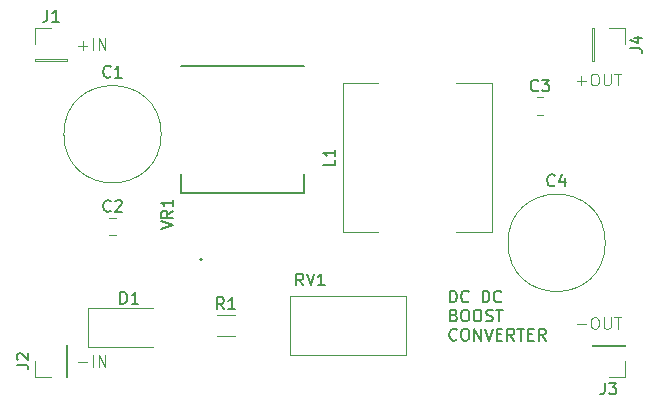
<source format=gbr>
%TF.GenerationSoftware,KiCad,Pcbnew,9.0.3*%
%TF.CreationDate,2026-02-07T01:57:28+05:30*%
%TF.ProjectId,dc dc boost converter,64632064-6320-4626-9f6f-737420636f6e,rev?*%
%TF.SameCoordinates,Original*%
%TF.FileFunction,Legend,Top*%
%TF.FilePolarity,Positive*%
%FSLAX46Y46*%
G04 Gerber Fmt 4.6, Leading zero omitted, Abs format (unit mm)*
G04 Created by KiCad (PCBNEW 9.0.3) date 2026-02-07 01:57:28*
%MOMM*%
%LPD*%
G01*
G04 APERTURE LIST*
%ADD10C,0.200000*%
%ADD11C,0.100000*%
%ADD12C,0.150000*%
%ADD13C,0.120000*%
%ADD14C,0.127000*%
G04 APERTURE END LIST*
D10*
X152169673Y-122647331D02*
X152169673Y-121647331D01*
X152169673Y-121647331D02*
X152407768Y-121647331D01*
X152407768Y-121647331D02*
X152550625Y-121694950D01*
X152550625Y-121694950D02*
X152645863Y-121790188D01*
X152645863Y-121790188D02*
X152693482Y-121885426D01*
X152693482Y-121885426D02*
X152741101Y-122075902D01*
X152741101Y-122075902D02*
X152741101Y-122218759D01*
X152741101Y-122218759D02*
X152693482Y-122409235D01*
X152693482Y-122409235D02*
X152645863Y-122504473D01*
X152645863Y-122504473D02*
X152550625Y-122599712D01*
X152550625Y-122599712D02*
X152407768Y-122647331D01*
X152407768Y-122647331D02*
X152169673Y-122647331D01*
X153741101Y-122552092D02*
X153693482Y-122599712D01*
X153693482Y-122599712D02*
X153550625Y-122647331D01*
X153550625Y-122647331D02*
X153455387Y-122647331D01*
X153455387Y-122647331D02*
X153312530Y-122599712D01*
X153312530Y-122599712D02*
X153217292Y-122504473D01*
X153217292Y-122504473D02*
X153169673Y-122409235D01*
X153169673Y-122409235D02*
X153122054Y-122218759D01*
X153122054Y-122218759D02*
X153122054Y-122075902D01*
X153122054Y-122075902D02*
X153169673Y-121885426D01*
X153169673Y-121885426D02*
X153217292Y-121790188D01*
X153217292Y-121790188D02*
X153312530Y-121694950D01*
X153312530Y-121694950D02*
X153455387Y-121647331D01*
X153455387Y-121647331D02*
X153550625Y-121647331D01*
X153550625Y-121647331D02*
X153693482Y-121694950D01*
X153693482Y-121694950D02*
X153741101Y-121742569D01*
X154931578Y-122647331D02*
X154931578Y-121647331D01*
X154931578Y-121647331D02*
X155169673Y-121647331D01*
X155169673Y-121647331D02*
X155312530Y-121694950D01*
X155312530Y-121694950D02*
X155407768Y-121790188D01*
X155407768Y-121790188D02*
X155455387Y-121885426D01*
X155455387Y-121885426D02*
X155503006Y-122075902D01*
X155503006Y-122075902D02*
X155503006Y-122218759D01*
X155503006Y-122218759D02*
X155455387Y-122409235D01*
X155455387Y-122409235D02*
X155407768Y-122504473D01*
X155407768Y-122504473D02*
X155312530Y-122599712D01*
X155312530Y-122599712D02*
X155169673Y-122647331D01*
X155169673Y-122647331D02*
X154931578Y-122647331D01*
X156503006Y-122552092D02*
X156455387Y-122599712D01*
X156455387Y-122599712D02*
X156312530Y-122647331D01*
X156312530Y-122647331D02*
X156217292Y-122647331D01*
X156217292Y-122647331D02*
X156074435Y-122599712D01*
X156074435Y-122599712D02*
X155979197Y-122504473D01*
X155979197Y-122504473D02*
X155931578Y-122409235D01*
X155931578Y-122409235D02*
X155883959Y-122218759D01*
X155883959Y-122218759D02*
X155883959Y-122075902D01*
X155883959Y-122075902D02*
X155931578Y-121885426D01*
X155931578Y-121885426D02*
X155979197Y-121790188D01*
X155979197Y-121790188D02*
X156074435Y-121694950D01*
X156074435Y-121694950D02*
X156217292Y-121647331D01*
X156217292Y-121647331D02*
X156312530Y-121647331D01*
X156312530Y-121647331D02*
X156455387Y-121694950D01*
X156455387Y-121694950D02*
X156503006Y-121742569D01*
X152503006Y-123733465D02*
X152645863Y-123781084D01*
X152645863Y-123781084D02*
X152693482Y-123828703D01*
X152693482Y-123828703D02*
X152741101Y-123923941D01*
X152741101Y-123923941D02*
X152741101Y-124066798D01*
X152741101Y-124066798D02*
X152693482Y-124162036D01*
X152693482Y-124162036D02*
X152645863Y-124209656D01*
X152645863Y-124209656D02*
X152550625Y-124257275D01*
X152550625Y-124257275D02*
X152169673Y-124257275D01*
X152169673Y-124257275D02*
X152169673Y-123257275D01*
X152169673Y-123257275D02*
X152503006Y-123257275D01*
X152503006Y-123257275D02*
X152598244Y-123304894D01*
X152598244Y-123304894D02*
X152645863Y-123352513D01*
X152645863Y-123352513D02*
X152693482Y-123447751D01*
X152693482Y-123447751D02*
X152693482Y-123542989D01*
X152693482Y-123542989D02*
X152645863Y-123638227D01*
X152645863Y-123638227D02*
X152598244Y-123685846D01*
X152598244Y-123685846D02*
X152503006Y-123733465D01*
X152503006Y-123733465D02*
X152169673Y-123733465D01*
X153360149Y-123257275D02*
X153550625Y-123257275D01*
X153550625Y-123257275D02*
X153645863Y-123304894D01*
X153645863Y-123304894D02*
X153741101Y-123400132D01*
X153741101Y-123400132D02*
X153788720Y-123590608D01*
X153788720Y-123590608D02*
X153788720Y-123923941D01*
X153788720Y-123923941D02*
X153741101Y-124114417D01*
X153741101Y-124114417D02*
X153645863Y-124209656D01*
X153645863Y-124209656D02*
X153550625Y-124257275D01*
X153550625Y-124257275D02*
X153360149Y-124257275D01*
X153360149Y-124257275D02*
X153264911Y-124209656D01*
X153264911Y-124209656D02*
X153169673Y-124114417D01*
X153169673Y-124114417D02*
X153122054Y-123923941D01*
X153122054Y-123923941D02*
X153122054Y-123590608D01*
X153122054Y-123590608D02*
X153169673Y-123400132D01*
X153169673Y-123400132D02*
X153264911Y-123304894D01*
X153264911Y-123304894D02*
X153360149Y-123257275D01*
X154407768Y-123257275D02*
X154598244Y-123257275D01*
X154598244Y-123257275D02*
X154693482Y-123304894D01*
X154693482Y-123304894D02*
X154788720Y-123400132D01*
X154788720Y-123400132D02*
X154836339Y-123590608D01*
X154836339Y-123590608D02*
X154836339Y-123923941D01*
X154836339Y-123923941D02*
X154788720Y-124114417D01*
X154788720Y-124114417D02*
X154693482Y-124209656D01*
X154693482Y-124209656D02*
X154598244Y-124257275D01*
X154598244Y-124257275D02*
X154407768Y-124257275D01*
X154407768Y-124257275D02*
X154312530Y-124209656D01*
X154312530Y-124209656D02*
X154217292Y-124114417D01*
X154217292Y-124114417D02*
X154169673Y-123923941D01*
X154169673Y-123923941D02*
X154169673Y-123590608D01*
X154169673Y-123590608D02*
X154217292Y-123400132D01*
X154217292Y-123400132D02*
X154312530Y-123304894D01*
X154312530Y-123304894D02*
X154407768Y-123257275D01*
X155217292Y-124209656D02*
X155360149Y-124257275D01*
X155360149Y-124257275D02*
X155598244Y-124257275D01*
X155598244Y-124257275D02*
X155693482Y-124209656D01*
X155693482Y-124209656D02*
X155741101Y-124162036D01*
X155741101Y-124162036D02*
X155788720Y-124066798D01*
X155788720Y-124066798D02*
X155788720Y-123971560D01*
X155788720Y-123971560D02*
X155741101Y-123876322D01*
X155741101Y-123876322D02*
X155693482Y-123828703D01*
X155693482Y-123828703D02*
X155598244Y-123781084D01*
X155598244Y-123781084D02*
X155407768Y-123733465D01*
X155407768Y-123733465D02*
X155312530Y-123685846D01*
X155312530Y-123685846D02*
X155264911Y-123638227D01*
X155264911Y-123638227D02*
X155217292Y-123542989D01*
X155217292Y-123542989D02*
X155217292Y-123447751D01*
X155217292Y-123447751D02*
X155264911Y-123352513D01*
X155264911Y-123352513D02*
X155312530Y-123304894D01*
X155312530Y-123304894D02*
X155407768Y-123257275D01*
X155407768Y-123257275D02*
X155645863Y-123257275D01*
X155645863Y-123257275D02*
X155788720Y-123304894D01*
X156074435Y-123257275D02*
X156645863Y-123257275D01*
X156360149Y-124257275D02*
X156360149Y-123257275D01*
X152741101Y-125771980D02*
X152693482Y-125819600D01*
X152693482Y-125819600D02*
X152550625Y-125867219D01*
X152550625Y-125867219D02*
X152455387Y-125867219D01*
X152455387Y-125867219D02*
X152312530Y-125819600D01*
X152312530Y-125819600D02*
X152217292Y-125724361D01*
X152217292Y-125724361D02*
X152169673Y-125629123D01*
X152169673Y-125629123D02*
X152122054Y-125438647D01*
X152122054Y-125438647D02*
X152122054Y-125295790D01*
X152122054Y-125295790D02*
X152169673Y-125105314D01*
X152169673Y-125105314D02*
X152217292Y-125010076D01*
X152217292Y-125010076D02*
X152312530Y-124914838D01*
X152312530Y-124914838D02*
X152455387Y-124867219D01*
X152455387Y-124867219D02*
X152550625Y-124867219D01*
X152550625Y-124867219D02*
X152693482Y-124914838D01*
X152693482Y-124914838D02*
X152741101Y-124962457D01*
X153360149Y-124867219D02*
X153550625Y-124867219D01*
X153550625Y-124867219D02*
X153645863Y-124914838D01*
X153645863Y-124914838D02*
X153741101Y-125010076D01*
X153741101Y-125010076D02*
X153788720Y-125200552D01*
X153788720Y-125200552D02*
X153788720Y-125533885D01*
X153788720Y-125533885D02*
X153741101Y-125724361D01*
X153741101Y-125724361D02*
X153645863Y-125819600D01*
X153645863Y-125819600D02*
X153550625Y-125867219D01*
X153550625Y-125867219D02*
X153360149Y-125867219D01*
X153360149Y-125867219D02*
X153264911Y-125819600D01*
X153264911Y-125819600D02*
X153169673Y-125724361D01*
X153169673Y-125724361D02*
X153122054Y-125533885D01*
X153122054Y-125533885D02*
X153122054Y-125200552D01*
X153122054Y-125200552D02*
X153169673Y-125010076D01*
X153169673Y-125010076D02*
X153264911Y-124914838D01*
X153264911Y-124914838D02*
X153360149Y-124867219D01*
X154217292Y-125867219D02*
X154217292Y-124867219D01*
X154217292Y-124867219D02*
X154788720Y-125867219D01*
X154788720Y-125867219D02*
X154788720Y-124867219D01*
X155122054Y-124867219D02*
X155455387Y-125867219D01*
X155455387Y-125867219D02*
X155788720Y-124867219D01*
X156122054Y-125343409D02*
X156455387Y-125343409D01*
X156598244Y-125867219D02*
X156122054Y-125867219D01*
X156122054Y-125867219D02*
X156122054Y-124867219D01*
X156122054Y-124867219D02*
X156598244Y-124867219D01*
X157598244Y-125867219D02*
X157264911Y-125391028D01*
X157026816Y-125867219D02*
X157026816Y-124867219D01*
X157026816Y-124867219D02*
X157407768Y-124867219D01*
X157407768Y-124867219D02*
X157503006Y-124914838D01*
X157503006Y-124914838D02*
X157550625Y-124962457D01*
X157550625Y-124962457D02*
X157598244Y-125057695D01*
X157598244Y-125057695D02*
X157598244Y-125200552D01*
X157598244Y-125200552D02*
X157550625Y-125295790D01*
X157550625Y-125295790D02*
X157503006Y-125343409D01*
X157503006Y-125343409D02*
X157407768Y-125391028D01*
X157407768Y-125391028D02*
X157026816Y-125391028D01*
X157883959Y-124867219D02*
X158455387Y-124867219D01*
X158169673Y-125867219D02*
X158169673Y-124867219D01*
X158788721Y-125343409D02*
X159122054Y-125343409D01*
X159264911Y-125867219D02*
X158788721Y-125867219D01*
X158788721Y-125867219D02*
X158788721Y-124867219D01*
X158788721Y-124867219D02*
X159264911Y-124867219D01*
X160264911Y-125867219D02*
X159931578Y-125391028D01*
X159693483Y-125867219D02*
X159693483Y-124867219D01*
X159693483Y-124867219D02*
X160074435Y-124867219D01*
X160074435Y-124867219D02*
X160169673Y-124914838D01*
X160169673Y-124914838D02*
X160217292Y-124962457D01*
X160217292Y-124962457D02*
X160264911Y-125057695D01*
X160264911Y-125057695D02*
X160264911Y-125200552D01*
X160264911Y-125200552D02*
X160217292Y-125295790D01*
X160217292Y-125295790D02*
X160169673Y-125343409D01*
X160169673Y-125343409D02*
X160074435Y-125391028D01*
X160074435Y-125391028D02*
X159693483Y-125391028D01*
D11*
X120703884Y-127691466D02*
X121465789Y-127691466D01*
X121941979Y-128072419D02*
X121941979Y-127072419D01*
X122418169Y-128072419D02*
X122418169Y-127072419D01*
X122418169Y-127072419D02*
X122989597Y-128072419D01*
X122989597Y-128072419D02*
X122989597Y-127072419D01*
X162903884Y-124491466D02*
X163665789Y-124491466D01*
X164332455Y-123872419D02*
X164522931Y-123872419D01*
X164522931Y-123872419D02*
X164618169Y-123920038D01*
X164618169Y-123920038D02*
X164713407Y-124015276D01*
X164713407Y-124015276D02*
X164761026Y-124205752D01*
X164761026Y-124205752D02*
X164761026Y-124539085D01*
X164761026Y-124539085D02*
X164713407Y-124729561D01*
X164713407Y-124729561D02*
X164618169Y-124824800D01*
X164618169Y-124824800D02*
X164522931Y-124872419D01*
X164522931Y-124872419D02*
X164332455Y-124872419D01*
X164332455Y-124872419D02*
X164237217Y-124824800D01*
X164237217Y-124824800D02*
X164141979Y-124729561D01*
X164141979Y-124729561D02*
X164094360Y-124539085D01*
X164094360Y-124539085D02*
X164094360Y-124205752D01*
X164094360Y-124205752D02*
X164141979Y-124015276D01*
X164141979Y-124015276D02*
X164237217Y-123920038D01*
X164237217Y-123920038D02*
X164332455Y-123872419D01*
X165189598Y-123872419D02*
X165189598Y-124681942D01*
X165189598Y-124681942D02*
X165237217Y-124777180D01*
X165237217Y-124777180D02*
X165284836Y-124824800D01*
X165284836Y-124824800D02*
X165380074Y-124872419D01*
X165380074Y-124872419D02*
X165570550Y-124872419D01*
X165570550Y-124872419D02*
X165665788Y-124824800D01*
X165665788Y-124824800D02*
X165713407Y-124777180D01*
X165713407Y-124777180D02*
X165761026Y-124681942D01*
X165761026Y-124681942D02*
X165761026Y-123872419D01*
X166094360Y-123872419D02*
X166665788Y-123872419D01*
X166380074Y-124872419D02*
X166380074Y-123872419D01*
X162903884Y-103891466D02*
X163665789Y-103891466D01*
X163284836Y-104272419D02*
X163284836Y-103510514D01*
X164332455Y-103272419D02*
X164522931Y-103272419D01*
X164522931Y-103272419D02*
X164618169Y-103320038D01*
X164618169Y-103320038D02*
X164713407Y-103415276D01*
X164713407Y-103415276D02*
X164761026Y-103605752D01*
X164761026Y-103605752D02*
X164761026Y-103939085D01*
X164761026Y-103939085D02*
X164713407Y-104129561D01*
X164713407Y-104129561D02*
X164618169Y-104224800D01*
X164618169Y-104224800D02*
X164522931Y-104272419D01*
X164522931Y-104272419D02*
X164332455Y-104272419D01*
X164332455Y-104272419D02*
X164237217Y-104224800D01*
X164237217Y-104224800D02*
X164141979Y-104129561D01*
X164141979Y-104129561D02*
X164094360Y-103939085D01*
X164094360Y-103939085D02*
X164094360Y-103605752D01*
X164094360Y-103605752D02*
X164141979Y-103415276D01*
X164141979Y-103415276D02*
X164237217Y-103320038D01*
X164237217Y-103320038D02*
X164332455Y-103272419D01*
X165189598Y-103272419D02*
X165189598Y-104081942D01*
X165189598Y-104081942D02*
X165237217Y-104177180D01*
X165237217Y-104177180D02*
X165284836Y-104224800D01*
X165284836Y-104224800D02*
X165380074Y-104272419D01*
X165380074Y-104272419D02*
X165570550Y-104272419D01*
X165570550Y-104272419D02*
X165665788Y-104224800D01*
X165665788Y-104224800D02*
X165713407Y-104177180D01*
X165713407Y-104177180D02*
X165761026Y-104081942D01*
X165761026Y-104081942D02*
X165761026Y-103272419D01*
X166094360Y-103272419D02*
X166665788Y-103272419D01*
X166380074Y-104272419D02*
X166380074Y-103272419D01*
X120703884Y-100891466D02*
X121465789Y-100891466D01*
X121084836Y-101272419D02*
X121084836Y-100510514D01*
X121941979Y-101272419D02*
X121941979Y-100272419D01*
X122418169Y-101272419D02*
X122418169Y-100272419D01*
X122418169Y-100272419D02*
X122989597Y-101272419D01*
X122989597Y-101272419D02*
X122989597Y-100272419D01*
D12*
X159633333Y-104679580D02*
X159585714Y-104727200D01*
X159585714Y-104727200D02*
X159442857Y-104774819D01*
X159442857Y-104774819D02*
X159347619Y-104774819D01*
X159347619Y-104774819D02*
X159204762Y-104727200D01*
X159204762Y-104727200D02*
X159109524Y-104631961D01*
X159109524Y-104631961D02*
X159061905Y-104536723D01*
X159061905Y-104536723D02*
X159014286Y-104346247D01*
X159014286Y-104346247D02*
X159014286Y-104203390D01*
X159014286Y-104203390D02*
X159061905Y-104012914D01*
X159061905Y-104012914D02*
X159109524Y-103917676D01*
X159109524Y-103917676D02*
X159204762Y-103822438D01*
X159204762Y-103822438D02*
X159347619Y-103774819D01*
X159347619Y-103774819D02*
X159442857Y-103774819D01*
X159442857Y-103774819D02*
X159585714Y-103822438D01*
X159585714Y-103822438D02*
X159633333Y-103870057D01*
X159966667Y-103774819D02*
X160585714Y-103774819D01*
X160585714Y-103774819D02*
X160252381Y-104155771D01*
X160252381Y-104155771D02*
X160395238Y-104155771D01*
X160395238Y-104155771D02*
X160490476Y-104203390D01*
X160490476Y-104203390D02*
X160538095Y-104251009D01*
X160538095Y-104251009D02*
X160585714Y-104346247D01*
X160585714Y-104346247D02*
X160585714Y-104584342D01*
X160585714Y-104584342D02*
X160538095Y-104679580D01*
X160538095Y-104679580D02*
X160490476Y-104727200D01*
X160490476Y-104727200D02*
X160395238Y-104774819D01*
X160395238Y-104774819D02*
X160109524Y-104774819D01*
X160109524Y-104774819D02*
X160014286Y-104727200D01*
X160014286Y-104727200D02*
X159966667Y-104679580D01*
X142454819Y-110566666D02*
X142454819Y-111042856D01*
X142454819Y-111042856D02*
X141454819Y-111042856D01*
X142454819Y-109709523D02*
X142454819Y-110280951D01*
X142454819Y-109995237D02*
X141454819Y-109995237D01*
X141454819Y-109995237D02*
X141597676Y-110090475D01*
X141597676Y-110090475D02*
X141692914Y-110185713D01*
X141692914Y-110185713D02*
X141740533Y-110280951D01*
X123433333Y-103509580D02*
X123385714Y-103557200D01*
X123385714Y-103557200D02*
X123242857Y-103604819D01*
X123242857Y-103604819D02*
X123147619Y-103604819D01*
X123147619Y-103604819D02*
X123004762Y-103557200D01*
X123004762Y-103557200D02*
X122909524Y-103461961D01*
X122909524Y-103461961D02*
X122861905Y-103366723D01*
X122861905Y-103366723D02*
X122814286Y-103176247D01*
X122814286Y-103176247D02*
X122814286Y-103033390D01*
X122814286Y-103033390D02*
X122861905Y-102842914D01*
X122861905Y-102842914D02*
X122909524Y-102747676D01*
X122909524Y-102747676D02*
X123004762Y-102652438D01*
X123004762Y-102652438D02*
X123147619Y-102604819D01*
X123147619Y-102604819D02*
X123242857Y-102604819D01*
X123242857Y-102604819D02*
X123385714Y-102652438D01*
X123385714Y-102652438D02*
X123433333Y-102700057D01*
X124385714Y-103604819D02*
X123814286Y-103604819D01*
X124100000Y-103604819D02*
X124100000Y-102604819D01*
X124100000Y-102604819D02*
X124004762Y-102747676D01*
X124004762Y-102747676D02*
X123909524Y-102842914D01*
X123909524Y-102842914D02*
X123814286Y-102890533D01*
X139744761Y-121194819D02*
X139411428Y-120718628D01*
X139173333Y-121194819D02*
X139173333Y-120194819D01*
X139173333Y-120194819D02*
X139554285Y-120194819D01*
X139554285Y-120194819D02*
X139649523Y-120242438D01*
X139649523Y-120242438D02*
X139697142Y-120290057D01*
X139697142Y-120290057D02*
X139744761Y-120385295D01*
X139744761Y-120385295D02*
X139744761Y-120528152D01*
X139744761Y-120528152D02*
X139697142Y-120623390D01*
X139697142Y-120623390D02*
X139649523Y-120671009D01*
X139649523Y-120671009D02*
X139554285Y-120718628D01*
X139554285Y-120718628D02*
X139173333Y-120718628D01*
X140030476Y-120194819D02*
X140363809Y-121194819D01*
X140363809Y-121194819D02*
X140697142Y-120194819D01*
X141554285Y-121194819D02*
X140982857Y-121194819D01*
X141268571Y-121194819D02*
X141268571Y-120194819D01*
X141268571Y-120194819D02*
X141173333Y-120337676D01*
X141173333Y-120337676D02*
X141078095Y-120432914D01*
X141078095Y-120432914D02*
X140982857Y-120480533D01*
X167434819Y-101133333D02*
X168149104Y-101133333D01*
X168149104Y-101133333D02*
X168291961Y-101180952D01*
X168291961Y-101180952D02*
X168387200Y-101276190D01*
X168387200Y-101276190D02*
X168434819Y-101419047D01*
X168434819Y-101419047D02*
X168434819Y-101514285D01*
X167768152Y-100228571D02*
X168434819Y-100228571D01*
X167387200Y-100466666D02*
X168101485Y-100704761D01*
X168101485Y-100704761D02*
X168101485Y-100085714D01*
X165266666Y-129434819D02*
X165266666Y-130149104D01*
X165266666Y-130149104D02*
X165219047Y-130291961D01*
X165219047Y-130291961D02*
X165123809Y-130387200D01*
X165123809Y-130387200D02*
X164980952Y-130434819D01*
X164980952Y-130434819D02*
X164885714Y-130434819D01*
X165647619Y-129434819D02*
X166266666Y-129434819D01*
X166266666Y-129434819D02*
X165933333Y-129815771D01*
X165933333Y-129815771D02*
X166076190Y-129815771D01*
X166076190Y-129815771D02*
X166171428Y-129863390D01*
X166171428Y-129863390D02*
X166219047Y-129911009D01*
X166219047Y-129911009D02*
X166266666Y-130006247D01*
X166266666Y-130006247D02*
X166266666Y-130244342D01*
X166266666Y-130244342D02*
X166219047Y-130339580D01*
X166219047Y-130339580D02*
X166171428Y-130387200D01*
X166171428Y-130387200D02*
X166076190Y-130434819D01*
X166076190Y-130434819D02*
X165790476Y-130434819D01*
X165790476Y-130434819D02*
X165695238Y-130387200D01*
X165695238Y-130387200D02*
X165647619Y-130339580D01*
X115474819Y-127933333D02*
X116189104Y-127933333D01*
X116189104Y-127933333D02*
X116331961Y-127980952D01*
X116331961Y-127980952D02*
X116427200Y-128076190D01*
X116427200Y-128076190D02*
X116474819Y-128219047D01*
X116474819Y-128219047D02*
X116474819Y-128314285D01*
X115570057Y-127504761D02*
X115522438Y-127457142D01*
X115522438Y-127457142D02*
X115474819Y-127361904D01*
X115474819Y-127361904D02*
X115474819Y-127123809D01*
X115474819Y-127123809D02*
X115522438Y-127028571D01*
X115522438Y-127028571D02*
X115570057Y-126980952D01*
X115570057Y-126980952D02*
X115665295Y-126933333D01*
X115665295Y-126933333D02*
X115760533Y-126933333D01*
X115760533Y-126933333D02*
X115903390Y-126980952D01*
X115903390Y-126980952D02*
X116474819Y-127552380D01*
X116474819Y-127552380D02*
X116474819Y-126933333D01*
X118066666Y-97874819D02*
X118066666Y-98589104D01*
X118066666Y-98589104D02*
X118019047Y-98731961D01*
X118019047Y-98731961D02*
X117923809Y-98827200D01*
X117923809Y-98827200D02*
X117780952Y-98874819D01*
X117780952Y-98874819D02*
X117685714Y-98874819D01*
X119066666Y-98874819D02*
X118495238Y-98874819D01*
X118780952Y-98874819D02*
X118780952Y-97874819D01*
X118780952Y-97874819D02*
X118685714Y-98017676D01*
X118685714Y-98017676D02*
X118590476Y-98112914D01*
X118590476Y-98112914D02*
X118495238Y-98160533D01*
X123433333Y-114879580D02*
X123385714Y-114927200D01*
X123385714Y-114927200D02*
X123242857Y-114974819D01*
X123242857Y-114974819D02*
X123147619Y-114974819D01*
X123147619Y-114974819D02*
X123004762Y-114927200D01*
X123004762Y-114927200D02*
X122909524Y-114831961D01*
X122909524Y-114831961D02*
X122861905Y-114736723D01*
X122861905Y-114736723D02*
X122814286Y-114546247D01*
X122814286Y-114546247D02*
X122814286Y-114403390D01*
X122814286Y-114403390D02*
X122861905Y-114212914D01*
X122861905Y-114212914D02*
X122909524Y-114117676D01*
X122909524Y-114117676D02*
X123004762Y-114022438D01*
X123004762Y-114022438D02*
X123147619Y-113974819D01*
X123147619Y-113974819D02*
X123242857Y-113974819D01*
X123242857Y-113974819D02*
X123385714Y-114022438D01*
X123385714Y-114022438D02*
X123433333Y-114070057D01*
X123814286Y-114070057D02*
X123861905Y-114022438D01*
X123861905Y-114022438D02*
X123957143Y-113974819D01*
X123957143Y-113974819D02*
X124195238Y-113974819D01*
X124195238Y-113974819D02*
X124290476Y-114022438D01*
X124290476Y-114022438D02*
X124338095Y-114070057D01*
X124338095Y-114070057D02*
X124385714Y-114165295D01*
X124385714Y-114165295D02*
X124385714Y-114260533D01*
X124385714Y-114260533D02*
X124338095Y-114403390D01*
X124338095Y-114403390D02*
X123766667Y-114974819D01*
X123766667Y-114974819D02*
X124385714Y-114974819D01*
X161033333Y-112709580D02*
X160985714Y-112757200D01*
X160985714Y-112757200D02*
X160842857Y-112804819D01*
X160842857Y-112804819D02*
X160747619Y-112804819D01*
X160747619Y-112804819D02*
X160604762Y-112757200D01*
X160604762Y-112757200D02*
X160509524Y-112661961D01*
X160509524Y-112661961D02*
X160461905Y-112566723D01*
X160461905Y-112566723D02*
X160414286Y-112376247D01*
X160414286Y-112376247D02*
X160414286Y-112233390D01*
X160414286Y-112233390D02*
X160461905Y-112042914D01*
X160461905Y-112042914D02*
X160509524Y-111947676D01*
X160509524Y-111947676D02*
X160604762Y-111852438D01*
X160604762Y-111852438D02*
X160747619Y-111804819D01*
X160747619Y-111804819D02*
X160842857Y-111804819D01*
X160842857Y-111804819D02*
X160985714Y-111852438D01*
X160985714Y-111852438D02*
X161033333Y-111900057D01*
X161890476Y-112138152D02*
X161890476Y-112804819D01*
X161652381Y-111757200D02*
X161414286Y-112471485D01*
X161414286Y-112471485D02*
X162033333Y-112471485D01*
X124261905Y-122754819D02*
X124261905Y-121754819D01*
X124261905Y-121754819D02*
X124500000Y-121754819D01*
X124500000Y-121754819D02*
X124642857Y-121802438D01*
X124642857Y-121802438D02*
X124738095Y-121897676D01*
X124738095Y-121897676D02*
X124785714Y-121992914D01*
X124785714Y-121992914D02*
X124833333Y-122183390D01*
X124833333Y-122183390D02*
X124833333Y-122326247D01*
X124833333Y-122326247D02*
X124785714Y-122516723D01*
X124785714Y-122516723D02*
X124738095Y-122611961D01*
X124738095Y-122611961D02*
X124642857Y-122707200D01*
X124642857Y-122707200D02*
X124500000Y-122754819D01*
X124500000Y-122754819D02*
X124261905Y-122754819D01*
X125785714Y-122754819D02*
X125214286Y-122754819D01*
X125500000Y-122754819D02*
X125500000Y-121754819D01*
X125500000Y-121754819D02*
X125404762Y-121897676D01*
X125404762Y-121897676D02*
X125309524Y-121992914D01*
X125309524Y-121992914D02*
X125214286Y-122040533D01*
X133033333Y-123224819D02*
X132700000Y-122748628D01*
X132461905Y-123224819D02*
X132461905Y-122224819D01*
X132461905Y-122224819D02*
X132842857Y-122224819D01*
X132842857Y-122224819D02*
X132938095Y-122272438D01*
X132938095Y-122272438D02*
X132985714Y-122320057D01*
X132985714Y-122320057D02*
X133033333Y-122415295D01*
X133033333Y-122415295D02*
X133033333Y-122558152D01*
X133033333Y-122558152D02*
X132985714Y-122653390D01*
X132985714Y-122653390D02*
X132938095Y-122701009D01*
X132938095Y-122701009D02*
X132842857Y-122748628D01*
X132842857Y-122748628D02*
X132461905Y-122748628D01*
X133985714Y-123224819D02*
X133414286Y-123224819D01*
X133700000Y-123224819D02*
X133700000Y-122224819D01*
X133700000Y-122224819D02*
X133604762Y-122367676D01*
X133604762Y-122367676D02*
X133509524Y-122462914D01*
X133509524Y-122462914D02*
X133414286Y-122510533D01*
X127704819Y-116454523D02*
X128704819Y-116121190D01*
X128704819Y-116121190D02*
X127704819Y-115787857D01*
X128704819Y-114883095D02*
X128228628Y-115216428D01*
X128704819Y-115454523D02*
X127704819Y-115454523D01*
X127704819Y-115454523D02*
X127704819Y-115073571D01*
X127704819Y-115073571D02*
X127752438Y-114978333D01*
X127752438Y-114978333D02*
X127800057Y-114930714D01*
X127800057Y-114930714D02*
X127895295Y-114883095D01*
X127895295Y-114883095D02*
X128038152Y-114883095D01*
X128038152Y-114883095D02*
X128133390Y-114930714D01*
X128133390Y-114930714D02*
X128181009Y-114978333D01*
X128181009Y-114978333D02*
X128228628Y-115073571D01*
X128228628Y-115073571D02*
X128228628Y-115454523D01*
X128704819Y-113930714D02*
X128704819Y-114502142D01*
X128704819Y-114216428D02*
X127704819Y-114216428D01*
X127704819Y-114216428D02*
X127847676Y-114311666D01*
X127847676Y-114311666D02*
X127942914Y-114406904D01*
X127942914Y-114406904D02*
X127990533Y-114502142D01*
D13*
%TO.C,C3*%
X159538748Y-105265000D02*
X160061252Y-105265000D01*
X159538748Y-106735000D02*
X160061252Y-106735000D01*
%TO.C,L1*%
X143100000Y-104100000D02*
X146100000Y-104100000D01*
X143100000Y-116700000D02*
X143100000Y-104100000D01*
X146100000Y-116700000D02*
X143100000Y-116700000D01*
X152700000Y-104100000D02*
X155700000Y-104100000D01*
X155700000Y-104100000D02*
X155700000Y-116700000D01*
X155700000Y-116700000D02*
X152700000Y-116700000D01*
%TO.C,C1*%
X127720000Y-108400000D02*
G75*
G02*
X119480000Y-108400000I-4120000J0D01*
G01*
X119480000Y-108400000D02*
G75*
G02*
X127720000Y-108400000I4120000J0D01*
G01*
%TO.C,RV1*%
X138665000Y-122080000D02*
X148415000Y-122080000D01*
X138665000Y-127130000D02*
X138665000Y-122080000D01*
X148415000Y-122080000D02*
X148415000Y-127130000D01*
X148415000Y-127130000D02*
X138665000Y-127130000D01*
%TO.C,J4*%
X164220000Y-99420000D02*
X164220000Y-102180000D01*
X164330000Y-99420000D02*
X164220000Y-99420000D01*
X164330000Y-99420000D02*
X164330000Y-102180000D01*
X164330000Y-102180000D02*
X164220000Y-102180000D01*
X165600000Y-99420000D02*
X166980000Y-99420000D01*
X166980000Y-99420000D02*
X166980000Y-100800000D01*
%TO.C,J3*%
X164220000Y-126330000D02*
X164220000Y-126220000D01*
X166980000Y-126220000D02*
X164220000Y-126220000D01*
X166980000Y-126330000D02*
X164220000Y-126330000D01*
X166980000Y-126330000D02*
X166980000Y-126220000D01*
X166980000Y-127600000D02*
X166980000Y-128980000D01*
X166980000Y-128980000D02*
X165600000Y-128980000D01*
%TO.C,J2*%
X117020000Y-128980000D02*
X117020000Y-127600000D01*
X118400000Y-128980000D02*
X117020000Y-128980000D01*
X119670000Y-126220000D02*
X119780000Y-126220000D01*
X119670000Y-128980000D02*
X119670000Y-126220000D01*
X119670000Y-128980000D02*
X119780000Y-128980000D01*
X119780000Y-128980000D02*
X119780000Y-126220000D01*
%TO.C,J1*%
X117020000Y-99420000D02*
X118400000Y-99420000D01*
X117020000Y-100800000D02*
X117020000Y-99420000D01*
X117020000Y-102070000D02*
X117020000Y-102180000D01*
X117020000Y-102070000D02*
X119780000Y-102070000D01*
X117020000Y-102180000D02*
X119780000Y-102180000D01*
X119780000Y-102070000D02*
X119780000Y-102180000D01*
%TO.C,C2*%
X123338748Y-115465000D02*
X123861252Y-115465000D01*
X123338748Y-116935000D02*
X123861252Y-116935000D01*
%TO.C,C4*%
X165320000Y-117600000D02*
G75*
G02*
X157080000Y-117600000I-4120000J0D01*
G01*
X157080000Y-117600000D02*
G75*
G02*
X165320000Y-117600000I4120000J0D01*
G01*
%TO.C,D1*%
X121490000Y-123150000D02*
X121490000Y-126450000D01*
X121490000Y-123150000D02*
X127000000Y-123150000D01*
X121490000Y-126450000D02*
X127000000Y-126450000D01*
%TO.C,R1*%
X132472936Y-123690000D02*
X133927064Y-123690000D01*
X132472936Y-125510000D02*
X133927064Y-125510000D01*
D14*
%TO.C,VR1*%
X129420000Y-102650000D02*
X139780000Y-102650000D01*
X129420000Y-111800000D02*
X129420000Y-113405000D01*
X129420000Y-113405000D02*
X139780000Y-113405000D01*
X139780000Y-111800000D02*
X139780000Y-113405000D01*
D10*
X131200000Y-119000000D02*
G75*
G02*
X131000000Y-119000000I-100000J0D01*
G01*
X131000000Y-119000000D02*
G75*
G02*
X131200000Y-119000000I100000J0D01*
G01*
%TD*%
M02*

</source>
